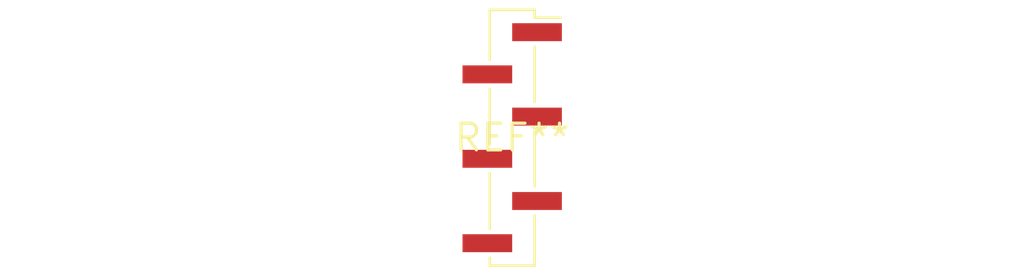
<source format=kicad_pcb>
(kicad_pcb (version 20240108) (generator pcbnew)
  (layers (0 "F.Cu" signal) (31 "B.Cu" signal) (34 "B.Paste" user) (35 "F.Paste" user) (36 "B.SilkS" user "B.Silkscreen") (37 "F.SilkS" user "F.Silkscreen") (38 "B.Mask" user) (39 "F.Mask" user) (44 "Edge.Cuts" user))
  (net 0 "")
  (footprint "PinHeader_1x06_P2.00mm_Vertical_SMD_Pin1Right" (layer "F.Cu") (at 0 0)
    (property "Reference" "REF**")
    (property "Value" "PinHeader_1x06_P2.00mm_Vertical_SMD_Pin1Right")
    (fp_line (start -1.06 -6.06) (end -1.06 -3.685) (layer "F.SilkS") (stroke (width 0.12)))
    (fp_line (start -1.06 -6.06) (end 1.06 -6.06) (layer "F.SilkS") (stroke (width 0.12)))
    (fp_line (start -1.06 -2.315) (end -1.06 0.315) (layer "F.SilkS") (stroke (width 0.12)))
    (fp_line (start -1.06 1.685) (end -1.06 4.315) (layer "F.SilkS") (stroke (width 0.12)))
    (fp_line (start -1.06 5.685) (end -1.06 6.06) (layer "F.SilkS") (stroke (width 0.12)))
    (fp_line (start -1.06 6.06) (end 1.06 6.06) (layer "F.SilkS") (stroke (width 0.12)))
    (fp_line (start 1.06 -6.06) (end 1.06 -5.685) (layer "F.SilkS") (stroke (width 0.12)))
    (fp_line (start 1.06 -5.685) (end 2.29 -5.685) (layer "F.SilkS") (stroke (width 0.12)))
    (fp_line (start 1.06 -4.315) (end 1.06 -1.685) (layer "F.SilkS") (stroke (width 0.12)))
    (fp_line (start 1.06 -0.315) (end 1.06 2.315) (layer "F.SilkS") (stroke (width 0.12)))
    (fp_line (start 1.06 3.685) (end 1.06 6.06) (layer "F.SilkS") (stroke (width 0.12)))
    (pad "1" smd rect (at 1.175 -5) (size 2.35 0.85) (layers "F.Cu" "F.Paste" "F.Mask"))
    (pad "2" smd rect (at -1.175 -3) (size 2.35 0.85) (layers "F.Cu" "F.Paste" "F.Mask"))
    (pad "3" smd rect (at 1.175 -1) (size 2.35 0.85) (layers "F.Cu" "F.Paste" "F.Mask"))
    (pad "4" smd rect (at -1.175 1) (size 2.35 0.85) (layers "F.Cu" "F.Paste" "F.Mask"))
    (pad "5" smd rect (at 1.175 3) (size 2.35 0.85) (layers "F.Cu" "F.Paste" "F.Mask"))
    (pad "6" smd rect (at -1.175 5) (size 2.35 0.85) (layers "F.Cu" "F.Paste" "F.Mask"))
  )
)
</source>
